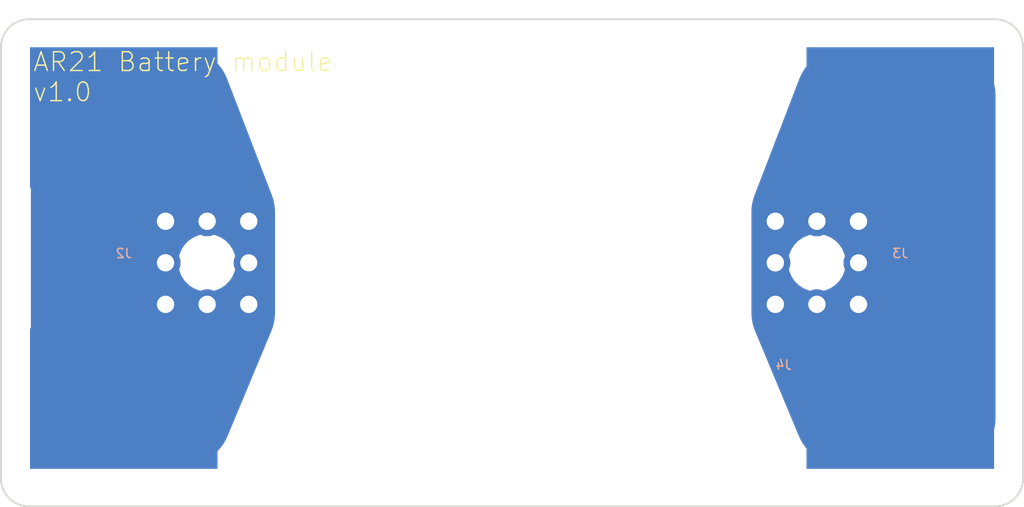
<source format=kicad_pcb>
(kicad_pcb (version 20171130) (host pcbnew "(5.1.6)-1")

  (general
    (thickness 1.6)
    (drawings 23)
    (tracks 0)
    (zones 0)
    (modules 6)
    (nets 3)
  )

  (page A4)
  (layers
    (0 F.Cu signal)
    (31 B.Cu signal)
    (32 B.Adhes user)
    (33 F.Adhes user)
    (34 B.Paste user)
    (35 F.Paste user)
    (36 B.SilkS user)
    (37 F.SilkS user)
    (38 B.Mask user)
    (39 F.Mask user)
    (40 Dwgs.User user)
    (41 Cmts.User user)
    (42 Eco1.User user)
    (43 Eco2.User user)
    (44 Edge.Cuts user)
    (45 Margin user)
    (46 B.CrtYd user)
    (47 F.CrtYd user)
    (48 B.Fab user)
    (49 F.Fab user)
  )

  (setup
    (last_trace_width 0.25)
    (user_trace_width 1.27)
    (trace_clearance 0.2)
    (zone_clearance 0.508)
    (zone_45_only no)
    (trace_min 0.2)
    (via_size 0.8)
    (via_drill 0.4)
    (via_min_size 0.4)
    (via_min_drill 0.3)
    (uvia_size 0.3)
    (uvia_drill 0.1)
    (uvias_allowed no)
    (uvia_min_size 0.2)
    (uvia_min_drill 0.1)
    (edge_width 0.05)
    (segment_width 0.2)
    (pcb_text_width 0.3)
    (pcb_text_size 1.5 1.5)
    (mod_edge_width 0.12)
    (mod_text_size 1 1)
    (mod_text_width 0.15)
    (pad_size 1.524 1.524)
    (pad_drill 0.762)
    (pad_to_mask_clearance 0.05)
    (aux_axis_origin 0 0)
    (grid_origin 172.974 102.108)
    (visible_elements 7FFFFFFF)
    (pcbplotparams
      (layerselection 0x010f0_ffffffff)
      (usegerberextensions false)
      (usegerberattributes false)
      (usegerberadvancedattributes false)
      (creategerberjobfile false)
      (excludeedgelayer true)
      (linewidth 0.100000)
      (plotframeref false)
      (viasonmask false)
      (mode 1)
      (useauxorigin false)
      (hpglpennumber 1)
      (hpglpenspeed 20)
      (hpglpendiameter 15.000000)
      (psnegative false)
      (psa4output false)
      (plotreference true)
      (plotvalue false)
      (plotinvisibletext false)
      (padsonsilk true)
      (subtractmaskfromsilk false)
      (outputformat 1)
      (mirror false)
      (drillshape 0)
      (scaleselection 1)
      (outputdirectory "C:/Users/Nylund/Documents/Gitkraken/AR20-21/AR20_Battery/Battery_pcb/Gerber_Output/"))
  )

  (net 0 "")
  (net 1 Positive)
  (net 2 Negative)

  (net_class Default "This is the default net class."
    (clearance 0.2)
    (trace_width 0.25)
    (via_dia 0.8)
    (via_drill 0.4)
    (uvia_dia 0.3)
    (uvia_drill 0.1)
    (add_net Negative)
    (add_net Positive)
  )

  (module "AR21_Battery_lib:M3 hole" (layer F.Cu) (tedit 5FD67644) (tstamp 5FD67722)
    (at 140.462 79.108)
    (path /5FD6FC07)
    (fp_text reference H2 (at 0 0.5) (layer F.SilkS)
      (effects (font (size 1 1) (thickness 0.15)))
    )
    (fp_text value MountingHole (at 0 -0.5) (layer F.Fab)
      (effects (font (size 1 1) (thickness 0.15)))
    )
    (pad "" np_thru_hole circle (at 0 0) (size 3.1 3.1) (drill 3.1) (layers *.Cu *.Mask))
  )

  (module "AR21_Battery_lib:M3 hole" (layer F.Cu) (tedit 5FD67644) (tstamp 5FD676A2)
    (at 140.462 125.108)
    (path /5FD6F3F5)
    (fp_text reference H1 (at 0 0.5) (layer F.SilkS)
      (effects (font (size 1 1) (thickness 0.15)))
    )
    (fp_text value MountingHole (at 0 -0.5) (layer F.Fab)
      (effects (font (size 1 1) (thickness 0.15)))
    )
    (pad "" np_thru_hole circle (at 0 0) (size 3.1 3.1) (drill 3.1) (layers *.Cu *.Mask))
  )

  (module AR21_Battery_lib:Flat (layer B.Cu) (tedit 5FD67130) (tstamp 5FD64936)
    (at 99.06 101.6)
    (path /5FD696A0)
    (fp_text reference J2 (at 0 -0.5) (layer B.SilkS)
      (effects (font (size 1 1) (thickness 0.15)) (justify mirror))
    )
    (fp_text value Conn_01x01_Male (at 0 0.5) (layer B.Fab)
      (effects (font (size 1 1) (thickness 0.15)) (justify mirror))
    )
    (pad 1 smd rect (at 0 -15 180) (size 20 15) (layers B.Cu B.Paste B.Mask)
      (net 1 Positive))
    (pad 1 smd rect (at 0 15) (size 20 15) (layers B.Cu B.Paste B.Mask)
      (net 1 Positive))
  )

  (module AR21_Battery_lib:Wurth_74655095R_Screw_Post (layer F.Cu) (tedit 5E323499) (tstamp 5FD65D80)
    (at 103.515 106.543)
    (path /5FD645C9)
    (fp_text reference J1 (at 0.889 6.469) (layer F.Fab)
      (effects (font (size 1 1) (thickness 0.15)))
    )
    (fp_text value Conn_01x01_Female (at 0.889 5.469) (layer F.Fab)
      (effects (font (size 1 1) (thickness 0.15)))
    )
    (fp_line (start 9.435 -9.435) (end -0.565 -9.435) (layer F.CrtYd) (width 0.02))
    (fp_line (start 9.435 -9.435) (end 9.435 0.565) (layer F.CrtYd) (width 0.02))
    (fp_line (start 9.435 0.565) (end -0.565 0.565) (layer F.CrtYd) (width 0.02))
    (fp_line (start -0.565 -9.435) (end -0.565 0.565) (layer F.CrtYd) (width 0.02))
    (pad 1 thru_hole circle (at 0 -8.87) (size 3.2 3.2) (drill 1.85) (layers *.Cu *.Mask)
      (net 1 Positive))
    (pad 1 thru_hole circle (at 4.435 -8.87) (size 3.2 3.2) (drill 1.85) (layers *.Cu *.Mask)
      (net 1 Positive))
    (pad 1 thru_hole circle (at 8.87 -8.87) (size 3.2 3.2) (drill 1.85) (layers *.Cu *.Mask)
      (net 1 Positive))
    (pad 1 thru_hole circle (at 0 -4.435) (size 3.2 3.2) (drill 1.85) (layers *.Cu *.Mask)
      (net 1 Positive))
    (pad "" np_thru_hole circle (at 4.435 -4.435) (size 5.1 5.1) (drill 5.1) (layers *.Cu *.Mask))
    (pad 1 thru_hole circle (at 8.87 -4.435) (size 3.2 3.2) (drill 1.82) (layers *.Cu *.Mask)
      (net 1 Positive))
    (pad 1 thru_hole circle (at 0 0) (size 3.2 3.2) (drill 1.85) (layers *.Cu *.Mask)
      (net 1 Positive))
    (pad 1 thru_hole circle (at 4.435 0) (size 3.2 3.2) (drill 1.85) (layers *.Cu *.Mask)
      (net 1 Positive))
    (pad 1 thru_hole circle (at 8.87 0) (size 3.2 3.2) (drill 1.85) (layers *.Cu *.Mask)
      (net 1 Positive))
    (model "${KIPRJMOD}/3d_objects/Wurth Studd m5.STEP"
      (offset (xyz -0.6 -0.6 4))
      (scale (xyz 1 1 1))
      (rotate (xyz -90 0 0))
    )
  )

  (module AR21_Battery_lib:Flat (layer B.Cu) (tedit 5FD67130) (tstamp 5FD6612D)
    (at 181.864 101.6)
    (path /5FD6A8C0)
    (fp_text reference J3 (at 0 -0.5) (layer B.SilkS)
      (effects (font (size 1 1) (thickness 0.15)) (justify mirror))
    )
    (fp_text value Conn_01x01_Male (at -7.220601 -26.696199) (layer B.Fab)
      (effects (font (size 1 1) (thickness 0.15)) (justify mirror))
    )
    (pad 1 smd rect (at 0 -15 180) (size 20 15) (layers B.Cu B.Paste B.Mask)
      (net 2 Negative))
    (pad 1 smd rect (at 0 15) (size 20 15) (layers B.Cu B.Paste B.Mask)
      (net 2 Negative))
  )

  (module AR21_Battery_lib:Wurth_74655095R_Screw_Post (layer F.Cu) (tedit 5E323499) (tstamp 5FD65EBC)
    (at 168.539 106.543)
    (path /5FD6774A)
    (fp_text reference J4 (at 0.889 6.469) (layer B.SilkS)
      (effects (font (size 1 1) (thickness 0.15)) (justify mirror))
    )
    (fp_text value Conn_01x01_Female (at 0.889 5.469) (layer F.Fab)
      (effects (font (size 1 1) (thickness 0.15)))
    )
    (fp_line (start 9.435 -9.435) (end -0.565 -9.435) (layer F.CrtYd) (width 0.02))
    (fp_line (start 9.435 -9.435) (end 9.435 0.565) (layer F.CrtYd) (width 0.02))
    (fp_line (start 9.435 0.565) (end -0.565 0.565) (layer F.CrtYd) (width 0.02))
    (fp_line (start -0.565 -9.435) (end -0.565 0.565) (layer F.CrtYd) (width 0.02))
    (pad 1 thru_hole circle (at 0 -8.87) (size 3.2 3.2) (drill 1.85) (layers *.Cu *.Mask)
      (net 2 Negative))
    (pad 1 thru_hole circle (at 4.435 -8.87) (size 3.2 3.2) (drill 1.85) (layers *.Cu *.Mask)
      (net 2 Negative))
    (pad 1 thru_hole circle (at 8.87 -8.87) (size 3.2 3.2) (drill 1.85) (layers *.Cu *.Mask)
      (net 2 Negative))
    (pad 1 thru_hole circle (at 0 -4.435) (size 3.2 3.2) (drill 1.85) (layers *.Cu *.Mask)
      (net 2 Negative))
    (pad "" np_thru_hole circle (at 4.435 -4.435) (size 5.1 5.1) (drill 5.1) (layers *.Cu *.Mask))
    (pad 1 thru_hole circle (at 8.87 -4.435) (size 3.2 3.2) (drill 1.82) (layers *.Cu *.Mask)
      (net 2 Negative))
    (pad 1 thru_hole circle (at 0 0) (size 3.2 3.2) (drill 1.85) (layers *.Cu *.Mask)
      (net 2 Negative))
    (pad 1 thru_hole circle (at 4.435 0) (size 3.2 3.2) (drill 1.85) (layers *.Cu *.Mask)
      (net 2 Negative))
    (pad 1 thru_hole circle (at 8.87 0) (size 3.2 3.2) (drill 1.85) (layers *.Cu *.Mask)
      (net 2 Negative))
    (model "${KIPRJMOD}/3d_objects/Wurth Studd m5.STEP"
      (offset (xyz -0.6 -0.6 4))
      (scale (xyz 1 1 1))
      (rotate (xyz -90 0 0))
    )
  )

  (gr_text "AR21 Battery module\nv1.0" (at 89.281 82.2706) (layer F.SilkS)
    (effects (font (size 2 2) (thickness 0.15)) (justify left))
  )
  (gr_poly (pts (xy 115.189 95.758) (xy 115.189 108.458) (xy 108.204 124.333) (xy 89.154 124.333) (xy 89.154 79.248) (xy 108.839 79.248)) (layer B.Mask) (width 0.1))
  (gr_poly (pts (xy 192.024 123.698) (xy 172.339 123.698) (xy 165.989 108.458) (xy 165.989 95.758) (xy 172.339 79.248) (xy 192.024 79.248)) (layer B.Mask) (width 0.1))
  (gr_line (start 177.962 97.108) (end 167.962 107.108) (layer Dwgs.User) (width 0.15) (tstamp 5FD65E3F))
  (gr_line (start 167.962 97.108) (end 177.962 107.108) (layer Dwgs.User) (width 0.15) (tstamp 5FD65E99))
  (gr_line (start 112.962 97.108) (end 102.962 107.108) (layer Dwgs.User) (width 0.15) (tstamp 5FD65E1B))
  (gr_line (start 102.962 97.108) (end 112.962 107.108) (layer Dwgs.User) (width 0.15) (tstamp 5FD65E1A))
  (gr_arc (start 88.962 125.108) (end 85.962 125.108) (angle -90) (layer Edge.Cuts) (width 0.2))
  (gr_arc (start 191.962 125.108) (end 191.962 128.108) (angle -90) (layer Edge.Cuts) (width 0.2))
  (gr_arc (start 191.962 79.108) (end 194.962 79.108) (angle -90) (layer Edge.Cuts) (width 0.2))
  (gr_arc (start 88.962 79.108) (end 88.962 76.108) (angle -90) (layer Edge.Cuts) (width 0.2))
  (gr_line (start 191.962 128.108) (end 88.962 128.108) (layer Edge.Cuts) (width 0.2))
  (gr_line (start 194.962 79.108) (end 194.962 125.108) (layer Edge.Cuts) (width 0.2))
  (gr_line (start 88.962 76.108) (end 191.962 76.108) (layer Edge.Cuts) (width 0.2))
  (gr_line (start 85.962 125.108) (end 85.962 79.108) (layer Edge.Cuts) (width 0.2))
  (gr_line (start 102.962 97.108) (end 112.962 97.108) (layer Dwgs.User) (width 0.2))
  (gr_line (start 112.962 97.108) (end 112.962 107.108) (layer Dwgs.User) (width 0.2))
  (gr_line (start 112.962 107.108) (end 102.962 107.108) (layer Dwgs.User) (width 0.2))
  (gr_line (start 102.962 107.108) (end 102.962 97.108) (layer Dwgs.User) (width 0.2))
  (gr_line (start 167.962 97.108) (end 177.962 97.108) (layer Dwgs.User) (width 0.2))
  (gr_line (start 177.962 97.108) (end 177.962 107.108) (layer Dwgs.User) (width 0.2))
  (gr_line (start 177.962 107.108) (end 167.962 107.108) (layer Dwgs.User) (width 0.2))
  (gr_line (start 167.962 107.108) (end 167.962 97.108) (layer Dwgs.User) (width 0.2))

  (zone (net 1) (net_name Positive) (layer B.Cu) (tstamp 5FD67368) (hatch edge 0.508)
    (connect_pads yes (clearance 0.508))
    (min_thickness 0.254)
    (fill yes (arc_segments 32) (thermal_gap 0.508) (thermal_bridge_width 0.508) (smoothing fillet) (radius 5))
    (polygon
      (pts
        (xy 115.189 95.758) (xy 115.189 108.458) (xy 108.839 123.698) (xy 89.154 123.698) (xy 89.154 79.248)
        (xy 108.839 79.248)
      )
    )
    (filled_polygon
      (pts
        (xy 105.855524 79.396007) (xy 106.302177 79.45844) (xy 106.741149 79.561901) (xy 107.168675 79.705504) (xy 107.581089 79.888017)
        (xy 107.974876 80.107884) (xy 108.346638 80.36321) (xy 108.693202 80.651814) (xy 109.011604 80.971226) (xy 109.299104 81.318702)
        (xy 109.553253 81.691276) (xy 109.771865 82.085748) (xy 109.954253 82.501438) (xy 114.736145 94.934357) (xy 114.878265 95.361391)
        (xy 114.979979 95.796814) (xy 115.041352 96.239722) (xy 115.062 96.689297) (xy 115.062 107.454873) (xy 115.038132 107.938153)
        (xy 114.967218 108.41364) (xy 114.849796 108.879828) (xy 114.685946 109.33513) (xy 110.004922 120.569586) (xy 109.815997 120.970864)
        (xy 109.593048 121.350956) (xy 109.336665 121.709365) (xy 109.048962 122.043134) (xy 108.732282 122.34955) (xy 108.389208 122.62611)
        (xy 108.02256 122.870543) (xy 107.635331 123.080852) (xy 107.23067 123.255327) (xy 106.811924 123.392525) (xy 106.382489 123.491333)
        (xy 105.94587 123.550946) (xy 105.502797 123.571) (xy 94.156769 123.571) (xy 93.729308 123.552336) (xy 93.307832 123.496849)
        (xy 92.892802 123.404838) (xy 92.48738 123.277009) (xy 92.094625 123.114325) (xy 91.717566 122.91804) (xy 91.359032 122.689629)
        (xy 91.02177 122.430839) (xy 90.708354 122.143646) (xy 90.421161 121.83023) (xy 90.162371 121.492968) (xy 89.93396 121.134434)
        (xy 89.737675 120.757375) (xy 89.574991 120.36462) (xy 89.447162 119.959198) (xy 89.355151 119.544168) (xy 89.299664 119.122692)
        (xy 89.281 118.695231) (xy 89.281 101.794305) (xy 104.765 101.794305) (xy 104.765 102.421695) (xy 104.887398 103.03703)
        (xy 105.127489 103.616663) (xy 105.476049 104.138319) (xy 105.919681 104.581951) (xy 106.441337 104.930511) (xy 107.02097 105.170602)
        (xy 107.636305 105.293) (xy 108.263695 105.293) (xy 108.87903 105.170602) (xy 109.458663 104.930511) (xy 109.980319 104.581951)
        (xy 110.423951 104.138319) (xy 110.772511 103.616663) (xy 111.012602 103.03703) (xy 111.135 102.421695) (xy 111.135 101.794305)
        (xy 111.012602 101.17897) (xy 110.772511 100.599337) (xy 110.423951 100.077681) (xy 109.980319 99.634049) (xy 109.458663 99.285489)
        (xy 108.87903 99.045398) (xy 108.263695 98.923) (xy 107.636305 98.923) (xy 107.02097 99.045398) (xy 106.441337 99.285489)
        (xy 105.919681 99.634049) (xy 105.476049 100.077681) (xy 105.127489 100.599337) (xy 104.887398 101.17897) (xy 104.765 101.794305)
        (xy 89.281 101.794305) (xy 89.281 84.250769) (xy 89.299664 83.823308) (xy 89.355151 83.401832) (xy 89.447162 82.986802)
        (xy 89.574991 82.58138) (xy 89.737675 82.188625) (xy 89.93396 81.811566) (xy 90.162371 81.453032) (xy 90.421161 81.11577)
        (xy 90.708354 80.802354) (xy 91.02177 80.515161) (xy 91.359032 80.256371) (xy 91.717566 80.02796) (xy 92.094625 79.831675)
        (xy 92.48738 79.668991) (xy 92.892802 79.541162) (xy 93.307832 79.449151) (xy 93.729308 79.393664) (xy 94.156769 79.375)
        (xy 105.402064 79.375)
      )
    )
  )
  (zone (net 2) (net_name Negative) (layer B.Cu) (tstamp 5FD67365) (hatch edge 0.508)
    (connect_pads yes (clearance 0.508))
    (min_thickness 0.254)
    (fill yes (arc_segments 32) (thermal_gap 0.508) (thermal_bridge_width 0.508) (smoothing fillet) (radius 5))
    (polygon
      (pts
        (xy 192.024 123.698) (xy 172.339 123.698) (xy 165.989 108.458) (xy 165.989 95.758) (xy 172.339 79.248)
        (xy 192.024 79.248)
      )
    )
    (filled_polygon
      (pts
        (xy 187.448692 79.393664) (xy 187.870168 79.449151) (xy 188.285198 79.541162) (xy 188.69062 79.668991) (xy 189.083375 79.831675)
        (xy 189.460434 80.02796) (xy 189.818968 80.256371) (xy 190.15623 80.515161) (xy 190.469646 80.802354) (xy 190.756839 81.11577)
        (xy 191.015629 81.453032) (xy 191.24404 81.811566) (xy 191.440325 82.188625) (xy 191.603009 82.58138) (xy 191.730838 82.986802)
        (xy 191.822849 83.401832) (xy 191.878336 83.823308) (xy 191.897 84.250769) (xy 191.897 118.695231) (xy 191.878336 119.122692)
        (xy 191.822849 119.544168) (xy 191.730838 119.959198) (xy 191.603009 120.36462) (xy 191.440325 120.757375) (xy 191.24404 121.134434)
        (xy 191.015629 121.492968) (xy 190.756839 121.83023) (xy 190.469646 122.143646) (xy 190.15623 122.430839) (xy 189.818968 122.689629)
        (xy 189.460434 122.91804) (xy 189.083375 123.114325) (xy 188.69062 123.277009) (xy 188.285198 123.404838) (xy 187.870168 123.496849)
        (xy 187.448692 123.552336) (xy 187.021231 123.571) (xy 175.675203 123.571) (xy 175.23213 123.550946) (xy 174.795511 123.491333)
        (xy 174.366076 123.392525) (xy 173.94733 123.255327) (xy 173.542669 123.080852) (xy 173.15544 122.870543) (xy 172.788792 122.62611)
        (xy 172.445718 122.34955) (xy 172.129038 122.043134) (xy 171.841335 121.709365) (xy 171.584952 121.350956) (xy 171.362003 120.970864)
        (xy 171.173078 120.569586) (xy 166.492054 109.33513) (xy 166.328204 108.879828) (xy 166.210782 108.41364) (xy 166.139868 107.938153)
        (xy 166.116 107.454873) (xy 166.116 101.794305) (xy 169.789 101.794305) (xy 169.789 102.421695) (xy 169.911398 103.03703)
        (xy 170.151489 103.616663) (xy 170.500049 104.138319) (xy 170.943681 104.581951) (xy 171.465337 104.930511) (xy 172.04497 105.170602)
        (xy 172.660305 105.293) (xy 173.287695 105.293) (xy 173.90303 105.170602) (xy 174.482663 104.930511) (xy 175.004319 104.581951)
        (xy 175.447951 104.138319) (xy 175.796511 103.616663) (xy 176.036602 103.03703) (xy 176.159 102.421695) (xy 176.159 101.794305)
        (xy 176.036602 101.17897) (xy 175.796511 100.599337) (xy 175.447951 100.077681) (xy 175.004319 99.634049) (xy 174.482663 99.285489)
        (xy 173.90303 99.045398) (xy 173.287695 98.923) (xy 172.660305 98.923) (xy 172.04497 99.045398) (xy 171.465337 99.285489)
        (xy 170.943681 99.634049) (xy 170.500049 100.077681) (xy 170.151489 100.599337) (xy 169.911398 101.17897) (xy 169.789 101.794305)
        (xy 166.116 101.794305) (xy 166.116 96.689297) (xy 166.136648 96.239722) (xy 166.198021 95.796814) (xy 166.299735 95.361391)
        (xy 166.441855 94.934357) (xy 171.223747 82.501438) (xy 171.406135 82.085748) (xy 171.624747 81.691276) (xy 171.878896 81.318702)
        (xy 172.166396 80.971226) (xy 172.484798 80.651814) (xy 172.831362 80.36321) (xy 173.203124 80.107884) (xy 173.596911 79.888017)
        (xy 174.009325 79.705504) (xy 174.436851 79.561901) (xy 174.875823 79.45844) (xy 175.322476 79.396007) (xy 175.775936 79.375)
        (xy 187.021231 79.375)
      )
    )
  )
)

</source>
